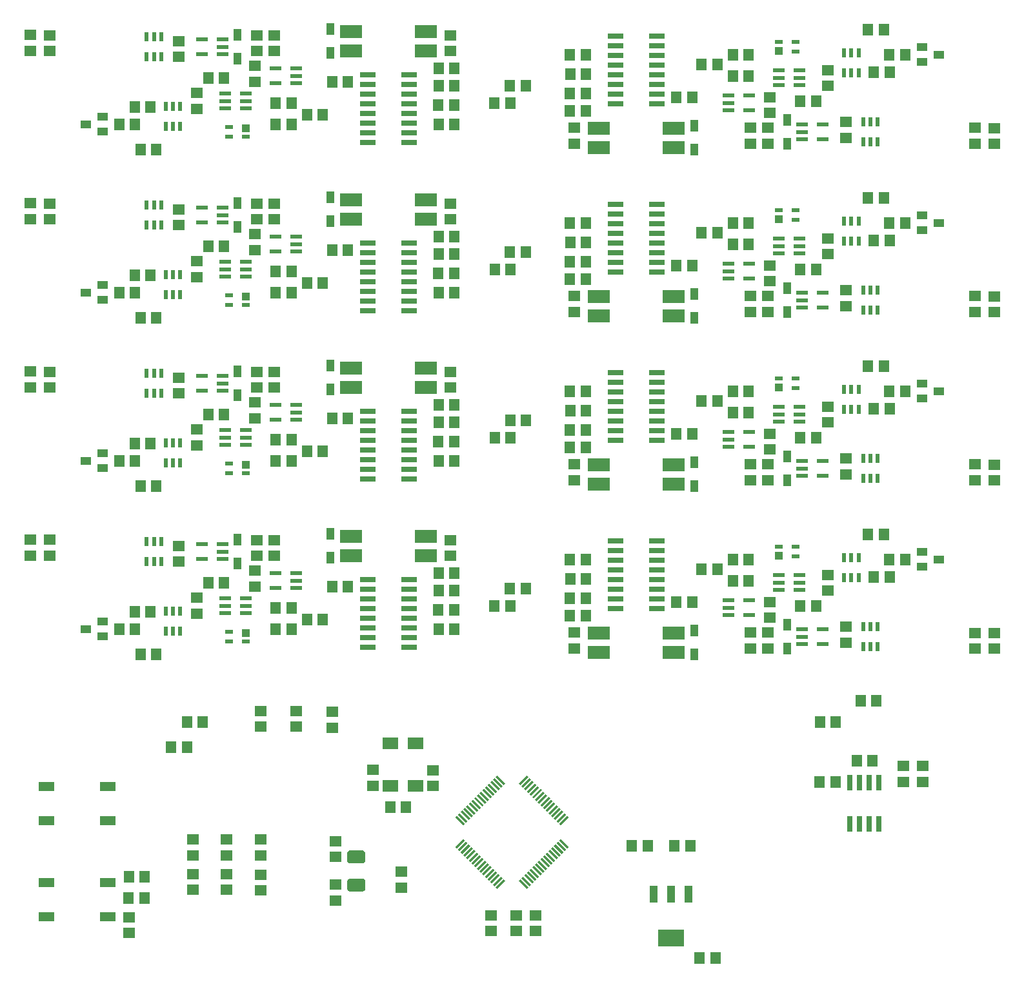
<source format=gtp>
G04 #@! TF.GenerationSoftware,KiCad,Pcbnew,(5.0.2)-1*
G04 #@! TF.CreationDate,2019-01-18T21:24:51-05:00*
G04 #@! TF.ProjectId,Slave,536c6176-652e-46b6-9963-61645f706362,rev?*
G04 #@! TF.SameCoordinates,Original*
G04 #@! TF.FileFunction,Paste,Top*
G04 #@! TF.FilePolarity,Positive*
%FSLAX46Y46*%
G04 Gerber Fmt 4.6, Leading zero omitted, Abs format (unit mm)*
G04 Created by KiCad (PCBNEW (5.0.2)-1) date 1/18/2019 9:24:51 PM*
%MOMM*%
%LPD*%
G01*
G04 APERTURE LIST*
%ADD10R,3.000000X1.700000*%
%ADD11C,0.300000*%
%ADD12C,0.100000*%
%ADD13R,1.400000X1.500000*%
%ADD14R,1.400000X1.000000*%
%ADD15R,0.620000X1.220000*%
%ADD16R,1.500000X1.400000*%
%ADD17R,1.500000X0.550000*%
%ADD18R,1.000000X1.500000*%
%ADD19R,2.000000X0.750000*%
%ADD20R,1.000000X0.600000*%
%ADD21R,1.000000X1.000000*%
%ADD22R,2.000000X1.300000*%
%ADD23R,1.000000X2.250000*%
%ADD24R,3.500000X2.250000*%
%ADD25R,0.750000X2.000000*%
%ADD26R,2.000000X1.600000*%
%ADD27C,1.700000*%
G04 APERTURE END LIST*
D10*
G04 #@! TO.C,U501*
X142060000Y-50546000D03*
X142060000Y-48006000D03*
X132260000Y-48006000D03*
X132260000Y-50546000D03*
G04 #@! TD*
D11*
G04 #@! TO.C,U201*
X146592420Y-154682280D03*
D12*
G36*
X145956024Y-155106544D02*
X147016684Y-154045884D01*
X147228816Y-154258016D01*
X146168156Y-155318676D01*
X145956024Y-155106544D01*
X145956024Y-155106544D01*
G37*
D11*
X146945973Y-155035833D03*
D12*
G36*
X146309577Y-155460097D02*
X147370237Y-154399437D01*
X147582369Y-154611569D01*
X146521709Y-155672229D01*
X146309577Y-155460097D01*
X146309577Y-155460097D01*
G37*
D11*
X147299526Y-155389386D03*
D12*
G36*
X146663130Y-155813650D02*
X147723790Y-154752990D01*
X147935922Y-154965122D01*
X146875262Y-156025782D01*
X146663130Y-155813650D01*
X146663130Y-155813650D01*
G37*
D11*
X147653080Y-155742940D03*
D12*
G36*
X147016684Y-156167204D02*
X148077344Y-155106544D01*
X148289476Y-155318676D01*
X147228816Y-156379336D01*
X147016684Y-156167204D01*
X147016684Y-156167204D01*
G37*
D11*
X148006633Y-156096493D03*
D12*
G36*
X147370237Y-156520757D02*
X148430897Y-155460097D01*
X148643029Y-155672229D01*
X147582369Y-156732889D01*
X147370237Y-156520757D01*
X147370237Y-156520757D01*
G37*
D11*
X148360187Y-156450047D03*
D12*
G36*
X147723791Y-156874311D02*
X148784451Y-155813651D01*
X148996583Y-156025783D01*
X147935923Y-157086443D01*
X147723791Y-156874311D01*
X147723791Y-156874311D01*
G37*
D11*
X148713740Y-156803600D03*
D12*
G36*
X148077344Y-157227864D02*
X149138004Y-156167204D01*
X149350136Y-156379336D01*
X148289476Y-157439996D01*
X148077344Y-157227864D01*
X148077344Y-157227864D01*
G37*
D11*
X149067293Y-157157153D03*
D12*
G36*
X148430897Y-157581417D02*
X149491557Y-156520757D01*
X149703689Y-156732889D01*
X148643029Y-157793549D01*
X148430897Y-157581417D01*
X148430897Y-157581417D01*
G37*
D11*
X149420847Y-157510707D03*
D12*
G36*
X148784451Y-157934971D02*
X149845111Y-156874311D01*
X150057243Y-157086443D01*
X148996583Y-158147103D01*
X148784451Y-157934971D01*
X148784451Y-157934971D01*
G37*
D11*
X149774400Y-157864260D03*
D12*
G36*
X149138004Y-158288524D02*
X150198664Y-157227864D01*
X150410796Y-157439996D01*
X149350136Y-158500656D01*
X149138004Y-158288524D01*
X149138004Y-158288524D01*
G37*
D11*
X150127953Y-158217813D03*
D12*
G36*
X149491557Y-158642077D02*
X150552217Y-157581417D01*
X150764349Y-157793549D01*
X149703689Y-158854209D01*
X149491557Y-158642077D01*
X149491557Y-158642077D01*
G37*
D11*
X150481507Y-158571367D03*
D12*
G36*
X149845111Y-158995631D02*
X150905771Y-157934971D01*
X151117903Y-158147103D01*
X150057243Y-159207763D01*
X149845111Y-158995631D01*
X149845111Y-158995631D01*
G37*
D11*
X150835060Y-158924920D03*
D12*
G36*
X150198664Y-159349184D02*
X151259324Y-158288524D01*
X151471456Y-158500656D01*
X150410796Y-159561316D01*
X150198664Y-159349184D01*
X150198664Y-159349184D01*
G37*
D11*
X151188614Y-159278474D03*
D12*
G36*
X150552218Y-159702738D02*
X151612878Y-158642078D01*
X151825010Y-158854210D01*
X150764350Y-159914870D01*
X150552218Y-159702738D01*
X150552218Y-159702738D01*
G37*
D11*
X151542167Y-159632027D03*
D12*
G36*
X150905771Y-160056291D02*
X151966431Y-158995631D01*
X152178563Y-159207763D01*
X151117903Y-160268423D01*
X150905771Y-160056291D01*
X150905771Y-160056291D01*
G37*
D11*
X151895720Y-159985580D03*
D12*
G36*
X151259324Y-160409844D02*
X152319984Y-159349184D01*
X152532116Y-159561316D01*
X151471456Y-160621976D01*
X151259324Y-160409844D01*
X151259324Y-160409844D01*
G37*
D11*
X159886027Y-151288167D03*
D12*
G36*
X159249631Y-151712431D02*
X160310291Y-150651771D01*
X160522423Y-150863903D01*
X159461763Y-151924563D01*
X159249631Y-151712431D01*
X159249631Y-151712431D01*
G37*
D11*
X159532474Y-150934614D03*
D12*
G36*
X158896078Y-151358878D02*
X159956738Y-150298218D01*
X160168870Y-150510350D01*
X159108210Y-151571010D01*
X158896078Y-151358878D01*
X158896078Y-151358878D01*
G37*
D11*
X159178920Y-150581060D03*
D12*
G36*
X158542524Y-151005324D02*
X159603184Y-149944664D01*
X159815316Y-150156796D01*
X158754656Y-151217456D01*
X158542524Y-151005324D01*
X158542524Y-151005324D01*
G37*
D11*
X158825367Y-150227507D03*
D12*
G36*
X158188971Y-150651771D02*
X159249631Y-149591111D01*
X159461763Y-149803243D01*
X158401103Y-150863903D01*
X158188971Y-150651771D01*
X158188971Y-150651771D01*
G37*
D11*
X158471813Y-149873953D03*
D12*
G36*
X157835417Y-150298217D02*
X158896077Y-149237557D01*
X159108209Y-149449689D01*
X158047549Y-150510349D01*
X157835417Y-150298217D01*
X157835417Y-150298217D01*
G37*
D11*
X158118260Y-149520400D03*
D12*
G36*
X157481864Y-149944664D02*
X158542524Y-148884004D01*
X158754656Y-149096136D01*
X157693996Y-150156796D01*
X157481864Y-149944664D01*
X157481864Y-149944664D01*
G37*
D11*
X157764707Y-149166847D03*
D12*
G36*
X157128311Y-149591111D02*
X158188971Y-148530451D01*
X158401103Y-148742583D01*
X157340443Y-149803243D01*
X157128311Y-149591111D01*
X157128311Y-149591111D01*
G37*
D11*
X157411153Y-148813293D03*
D12*
G36*
X156774757Y-149237557D02*
X157835417Y-148176897D01*
X158047549Y-148389029D01*
X156986889Y-149449689D01*
X156774757Y-149237557D01*
X156774757Y-149237557D01*
G37*
D11*
X157057600Y-148459740D03*
D12*
G36*
X156421204Y-148884004D02*
X157481864Y-147823344D01*
X157693996Y-148035476D01*
X156633336Y-149096136D01*
X156421204Y-148884004D01*
X156421204Y-148884004D01*
G37*
D11*
X156704047Y-148106187D03*
D12*
G36*
X156067651Y-148530451D02*
X157128311Y-147469791D01*
X157340443Y-147681923D01*
X156279783Y-148742583D01*
X156067651Y-148530451D01*
X156067651Y-148530451D01*
G37*
D11*
X156350493Y-147752633D03*
D12*
G36*
X155714097Y-148176897D02*
X156774757Y-147116237D01*
X156986889Y-147328369D01*
X155926229Y-148389029D01*
X155714097Y-148176897D01*
X155714097Y-148176897D01*
G37*
D11*
X155996940Y-147399080D03*
D12*
G36*
X155360544Y-147823344D02*
X156421204Y-146762684D01*
X156633336Y-146974816D01*
X155572676Y-148035476D01*
X155360544Y-147823344D01*
X155360544Y-147823344D01*
G37*
D11*
X155643386Y-147045526D03*
D12*
G36*
X155006990Y-147469790D02*
X156067650Y-146409130D01*
X156279782Y-146621262D01*
X155219122Y-147681922D01*
X155006990Y-147469790D01*
X155006990Y-147469790D01*
G37*
D11*
X155289833Y-146691973D03*
D12*
G36*
X154653437Y-147116237D02*
X155714097Y-146055577D01*
X155926229Y-146267709D01*
X154865569Y-147328369D01*
X154653437Y-147116237D01*
X154653437Y-147116237D01*
G37*
D11*
X154936280Y-146338420D03*
D12*
G36*
X154299884Y-146762684D02*
X155360544Y-145702024D01*
X155572676Y-145914156D01*
X154512016Y-146974816D01*
X154299884Y-146762684D01*
X154299884Y-146762684D01*
G37*
D11*
X160239580Y-151641720D03*
D12*
G36*
X159603184Y-152065984D02*
X160663844Y-151005324D01*
X160875976Y-151217456D01*
X159815316Y-152278116D01*
X159603184Y-152065984D01*
X159603184Y-152065984D01*
G37*
D11*
X154936280Y-159985580D03*
D12*
G36*
X154299884Y-159561316D02*
X154512016Y-159349184D01*
X155572676Y-160409844D01*
X155360544Y-160621976D01*
X154299884Y-159561316D01*
X154299884Y-159561316D01*
G37*
D11*
X155289833Y-159632027D03*
D12*
G36*
X154653437Y-159207763D02*
X154865569Y-158995631D01*
X155926229Y-160056291D01*
X155714097Y-160268423D01*
X154653437Y-159207763D01*
X154653437Y-159207763D01*
G37*
D11*
X155643386Y-159278474D03*
D12*
G36*
X155006990Y-158854210D02*
X155219122Y-158642078D01*
X156279782Y-159702738D01*
X156067650Y-159914870D01*
X155006990Y-158854210D01*
X155006990Y-158854210D01*
G37*
D11*
X155996940Y-158924920D03*
D12*
G36*
X155360544Y-158500656D02*
X155572676Y-158288524D01*
X156633336Y-159349184D01*
X156421204Y-159561316D01*
X155360544Y-158500656D01*
X155360544Y-158500656D01*
G37*
D11*
X156350493Y-158571367D03*
D12*
G36*
X155714097Y-158147103D02*
X155926229Y-157934971D01*
X156986889Y-158995631D01*
X156774757Y-159207763D01*
X155714097Y-158147103D01*
X155714097Y-158147103D01*
G37*
D11*
X156704047Y-158217813D03*
D12*
G36*
X156067651Y-157793549D02*
X156279783Y-157581417D01*
X157340443Y-158642077D01*
X157128311Y-158854209D01*
X156067651Y-157793549D01*
X156067651Y-157793549D01*
G37*
D11*
X157057600Y-157864260D03*
D12*
G36*
X156421204Y-157439996D02*
X156633336Y-157227864D01*
X157693996Y-158288524D01*
X157481864Y-158500656D01*
X156421204Y-157439996D01*
X156421204Y-157439996D01*
G37*
D11*
X157411153Y-157510707D03*
D12*
G36*
X156774757Y-157086443D02*
X156986889Y-156874311D01*
X158047549Y-157934971D01*
X157835417Y-158147103D01*
X156774757Y-157086443D01*
X156774757Y-157086443D01*
G37*
D11*
X157764707Y-157157153D03*
D12*
G36*
X157128311Y-156732889D02*
X157340443Y-156520757D01*
X158401103Y-157581417D01*
X158188971Y-157793549D01*
X157128311Y-156732889D01*
X157128311Y-156732889D01*
G37*
D11*
X158118260Y-156803600D03*
D12*
G36*
X157481864Y-156379336D02*
X157693996Y-156167204D01*
X158754656Y-157227864D01*
X158542524Y-157439996D01*
X157481864Y-156379336D01*
X157481864Y-156379336D01*
G37*
D11*
X158471813Y-156450047D03*
D12*
G36*
X157835417Y-156025783D02*
X158047549Y-155813651D01*
X159108209Y-156874311D01*
X158896077Y-157086443D01*
X157835417Y-156025783D01*
X157835417Y-156025783D01*
G37*
D11*
X158825367Y-156096493D03*
D12*
G36*
X158188971Y-155672229D02*
X158401103Y-155460097D01*
X159461763Y-156520757D01*
X159249631Y-156732889D01*
X158188971Y-155672229D01*
X158188971Y-155672229D01*
G37*
D11*
X159178920Y-155742940D03*
D12*
G36*
X158542524Y-155318676D02*
X158754656Y-155106544D01*
X159815316Y-156167204D01*
X159603184Y-156379336D01*
X158542524Y-155318676D01*
X158542524Y-155318676D01*
G37*
D11*
X159532474Y-155389386D03*
D12*
G36*
X158896078Y-154965122D02*
X159108210Y-154752990D01*
X160168870Y-155813650D01*
X159956738Y-156025782D01*
X158896078Y-154965122D01*
X158896078Y-154965122D01*
G37*
D11*
X159886027Y-155035833D03*
D12*
G36*
X159249631Y-154611569D02*
X159461763Y-154399437D01*
X160522423Y-155460097D01*
X160310291Y-155672229D01*
X159249631Y-154611569D01*
X159249631Y-154611569D01*
G37*
D11*
X160239580Y-154682280D03*
D12*
G36*
X159603184Y-154258016D02*
X159815316Y-154045884D01*
X160875976Y-155106544D01*
X160663844Y-155318676D01*
X159603184Y-154258016D01*
X159603184Y-154258016D01*
G37*
D11*
X151895720Y-146338420D03*
D12*
G36*
X151259324Y-145914156D02*
X151471456Y-145702024D01*
X152532116Y-146762684D01*
X152319984Y-146974816D01*
X151259324Y-145914156D01*
X151259324Y-145914156D01*
G37*
D11*
X151542167Y-146691973D03*
D12*
G36*
X150905771Y-146267709D02*
X151117903Y-146055577D01*
X152178563Y-147116237D01*
X151966431Y-147328369D01*
X150905771Y-146267709D01*
X150905771Y-146267709D01*
G37*
D11*
X151188614Y-147045526D03*
D12*
G36*
X150552218Y-146621262D02*
X150764350Y-146409130D01*
X151825010Y-147469790D01*
X151612878Y-147681922D01*
X150552218Y-146621262D01*
X150552218Y-146621262D01*
G37*
D11*
X150835060Y-147399080D03*
D12*
G36*
X150198664Y-146974816D02*
X150410796Y-146762684D01*
X151471456Y-147823344D01*
X151259324Y-148035476D01*
X150198664Y-146974816D01*
X150198664Y-146974816D01*
G37*
D11*
X150481507Y-147752633D03*
D12*
G36*
X149845111Y-147328369D02*
X150057243Y-147116237D01*
X151117903Y-148176897D01*
X150905771Y-148389029D01*
X149845111Y-147328369D01*
X149845111Y-147328369D01*
G37*
D11*
X150127953Y-148106187D03*
D12*
G36*
X149491557Y-147681923D02*
X149703689Y-147469791D01*
X150764349Y-148530451D01*
X150552217Y-148742583D01*
X149491557Y-147681923D01*
X149491557Y-147681923D01*
G37*
D11*
X149774400Y-148459740D03*
D12*
G36*
X149138004Y-148035476D02*
X149350136Y-147823344D01*
X150410796Y-148884004D01*
X150198664Y-149096136D01*
X149138004Y-148035476D01*
X149138004Y-148035476D01*
G37*
D11*
X149420847Y-148813293D03*
D12*
G36*
X148784451Y-148389029D02*
X148996583Y-148176897D01*
X150057243Y-149237557D01*
X149845111Y-149449689D01*
X148784451Y-148389029D01*
X148784451Y-148389029D01*
G37*
D11*
X149067293Y-149166847D03*
D12*
G36*
X148430897Y-148742583D02*
X148643029Y-148530451D01*
X149703689Y-149591111D01*
X149491557Y-149803243D01*
X148430897Y-148742583D01*
X148430897Y-148742583D01*
G37*
D11*
X148713740Y-149520400D03*
D12*
G36*
X148077344Y-149096136D02*
X148289476Y-148884004D01*
X149350136Y-149944664D01*
X149138004Y-150156796D01*
X148077344Y-149096136D01*
X148077344Y-149096136D01*
G37*
D11*
X148360187Y-149873953D03*
D12*
G36*
X147723791Y-149449689D02*
X147935923Y-149237557D01*
X148996583Y-150298217D01*
X148784451Y-150510349D01*
X147723791Y-149449689D01*
X147723791Y-149449689D01*
G37*
D11*
X148006633Y-150227507D03*
D12*
G36*
X147370237Y-149803243D02*
X147582369Y-149591111D01*
X148643029Y-150651771D01*
X148430897Y-150863903D01*
X147370237Y-149803243D01*
X147370237Y-149803243D01*
G37*
D11*
X147653080Y-150581060D03*
D12*
G36*
X147016684Y-150156796D02*
X147228816Y-149944664D01*
X148289476Y-151005324D01*
X148077344Y-151217456D01*
X147016684Y-150156796D01*
X147016684Y-150156796D01*
G37*
D11*
X147299526Y-150934614D03*
D12*
G36*
X146663130Y-150510350D02*
X146875262Y-150298218D01*
X147935922Y-151358878D01*
X147723790Y-151571010D01*
X146663130Y-150510350D01*
X146663130Y-150510350D01*
G37*
D11*
X146945973Y-151288167D03*
D12*
G36*
X146309577Y-150863903D02*
X146521709Y-150651771D01*
X147582369Y-151712431D01*
X147370237Y-151924563D01*
X146309577Y-150863903D01*
X146309577Y-150863903D01*
G37*
D11*
X146592420Y-151641720D03*
D12*
G36*
X145956024Y-151217456D02*
X146168156Y-151005324D01*
X147228816Y-152065984D01*
X147016684Y-152278116D01*
X145956024Y-151217456D01*
X145956024Y-151217456D01*
G37*
G04 #@! TD*
D13*
G04 #@! TO.C,R3310*
X155194000Y-55118000D03*
X153144000Y-55118000D03*
G04 #@! TD*
G04 #@! TO.C,R3304*
X163068000Y-51054000D03*
X161018000Y-51054000D03*
G04 #@! TD*
G04 #@! TO.C,R3308*
X163086000Y-53594000D03*
X161036000Y-53594000D03*
G04 #@! TD*
G04 #@! TO.C,R3314*
X161018000Y-58420000D03*
X163068000Y-58420000D03*
G04 #@! TD*
G04 #@! TO.C,R3311*
X163068000Y-56134000D03*
X161018000Y-56134000D03*
G04 #@! TD*
G04 #@! TO.C,R2910*
X155194000Y-76962000D03*
X153144000Y-76962000D03*
G04 #@! TD*
G04 #@! TO.C,R2904*
X163068000Y-73152000D03*
X161018000Y-73152000D03*
G04 #@! TD*
G04 #@! TO.C,R2911*
X163068000Y-78232000D03*
X161018000Y-78232000D03*
G04 #@! TD*
G04 #@! TO.C,R2914*
X161018000Y-80518000D03*
X163068000Y-80518000D03*
G04 #@! TD*
G04 #@! TO.C,R2908*
X163086000Y-75692000D03*
X161036000Y-75692000D03*
G04 #@! TD*
G04 #@! TO.C,R2510*
X155212000Y-99060000D03*
X153162000Y-99060000D03*
G04 #@! TD*
G04 #@! TO.C,R2504*
X163068000Y-95250000D03*
X161018000Y-95250000D03*
G04 #@! TD*
G04 #@! TO.C,R2514*
X161018000Y-102616000D03*
X163068000Y-102616000D03*
G04 #@! TD*
G04 #@! TO.C,R2508*
X163086000Y-97790000D03*
X161036000Y-97790000D03*
G04 #@! TD*
G04 #@! TO.C,R2511*
X163068000Y-100330000D03*
X161018000Y-100330000D03*
G04 #@! TD*
G04 #@! TO.C,R2110*
X155194000Y-121158000D03*
X153144000Y-121158000D03*
G04 #@! TD*
G04 #@! TO.C,R2104*
X163068000Y-117348000D03*
X161018000Y-117348000D03*
G04 #@! TD*
G04 #@! TO.C,R2111*
X163068000Y-122428000D03*
X161018000Y-122428000D03*
G04 #@! TD*
G04 #@! TO.C,R2108*
X163086000Y-119888000D03*
X161036000Y-119888000D03*
G04 #@! TD*
G04 #@! TO.C,R2114*
X161018000Y-124714000D03*
X163068000Y-124714000D03*
G04 #@! TD*
G04 #@! TO.C,R1710*
X151112000Y-123444000D03*
X153162000Y-123444000D03*
G04 #@! TD*
G04 #@! TO.C,R1704*
X143764000Y-126492000D03*
X145814000Y-126492000D03*
G04 #@! TD*
G04 #@! TO.C,R1711*
X143764000Y-121412000D03*
X145814000Y-121412000D03*
G04 #@! TD*
G04 #@! TO.C,R1714*
X145814000Y-119126000D03*
X143764000Y-119126000D03*
G04 #@! TD*
G04 #@! TO.C,R1708*
X143746000Y-123952000D03*
X145796000Y-123952000D03*
G04 #@! TD*
G04 #@! TO.C,R1310*
X151130000Y-101346000D03*
X153180000Y-101346000D03*
G04 #@! TD*
G04 #@! TO.C,R1314*
X145814000Y-97028000D03*
X143764000Y-97028000D03*
G04 #@! TD*
G04 #@! TO.C,R1304*
X143764000Y-104394000D03*
X145814000Y-104394000D03*
G04 #@! TD*
G04 #@! TO.C,R1311*
X143764000Y-99314000D03*
X145814000Y-99314000D03*
G04 #@! TD*
G04 #@! TO.C,R1308*
X143746000Y-101854000D03*
X145796000Y-101854000D03*
G04 #@! TD*
G04 #@! TO.C,R910*
X151130000Y-79248000D03*
X153180000Y-79248000D03*
G04 #@! TD*
G04 #@! TO.C,R904*
X143764000Y-82296000D03*
X145814000Y-82296000D03*
G04 #@! TD*
G04 #@! TO.C,R914*
X145814000Y-74930000D03*
X143764000Y-74930000D03*
G04 #@! TD*
G04 #@! TO.C,R911*
X143764000Y-77216000D03*
X145814000Y-77216000D03*
G04 #@! TD*
G04 #@! TO.C,R908*
X143746000Y-79756000D03*
X145796000Y-79756000D03*
G04 #@! TD*
D14*
G04 #@! TO.C,D3602*
X209380000Y-51054000D03*
X207180000Y-52004000D03*
X207180000Y-50104000D03*
G04 #@! TD*
D15*
G04 #@! TO.C,Q3601*
X196982000Y-53420000D03*
X197932000Y-53420000D03*
X198882000Y-53420000D03*
X198882000Y-50800000D03*
X196982000Y-50800000D03*
X197932000Y-50800000D03*
G04 #@! TD*
D13*
G04 #@! TO.C,R3602*
X200896000Y-53340000D03*
X202946000Y-53340000D03*
G04 #@! TD*
D16*
G04 #@! TO.C,R3501*
X194818000Y-55136000D03*
X194818000Y-53086000D03*
G04 #@! TD*
D13*
G04 #@! TO.C,D3601*
X204978000Y-51054000D03*
X202928000Y-51054000D03*
G04 #@! TD*
G04 #@! TO.C,R3606*
X200134000Y-47752000D03*
X202184000Y-47752000D03*
G04 #@! TD*
D15*
G04 #@! TO.C,Q3301*
X199462641Y-62531987D03*
X200412641Y-62531987D03*
X201362641Y-62531987D03*
X201362641Y-59911987D03*
X199462641Y-59911987D03*
X200412641Y-59911987D03*
G04 #@! TD*
D16*
G04 #@! TO.C,R3302*
X197176641Y-59911987D03*
X197176641Y-61961987D03*
G04 #@! TD*
G04 #@! TO.C,R3301*
X214122000Y-62738000D03*
X214122000Y-60688000D03*
G04 #@! TD*
G04 #@! TO.C,D3301*
X216662000Y-62756000D03*
X216662000Y-60706000D03*
G04 #@! TD*
G04 #@! TO.C,C3403*
X184658000Y-60688000D03*
X184658000Y-62738000D03*
G04 #@! TD*
D17*
G04 #@! TO.C,U3401*
X194136000Y-62164000D03*
X194136000Y-60264000D03*
X191436000Y-60264000D03*
X191436000Y-62164000D03*
X191436000Y-61214000D03*
G04 #@! TD*
D18*
G04 #@! TO.C,D3401*
X189484000Y-62764000D03*
X189484000Y-59664000D03*
G04 #@! TD*
D16*
G04 #@! TO.C,C3402*
X186944000Y-60688000D03*
X186944000Y-62738000D03*
G04 #@! TD*
D18*
G04 #@! TO.C,D3302*
X177292000Y-60426000D03*
X177292000Y-63526000D03*
G04 #@! TD*
D13*
G04 #@! TO.C,R3309*
X180340000Y-52324000D03*
X178290000Y-52324000D03*
G04 #@! TD*
D19*
G04 #@! TO.C,U3302*
X172372000Y-48641000D03*
X172372000Y-49911000D03*
X172372000Y-51181000D03*
X172372000Y-52451000D03*
X172372000Y-53721000D03*
X172372000Y-54991000D03*
X172372000Y-56261000D03*
X172372000Y-57531000D03*
X166972000Y-53721000D03*
X166972000Y-54991000D03*
X166972000Y-56261000D03*
X166972000Y-57531000D03*
X166972000Y-52451000D03*
X166972000Y-51181000D03*
X166972000Y-49911000D03*
X166972000Y-48641000D03*
G04 #@! TD*
D10*
G04 #@! TO.C,U3301*
X164772000Y-60706000D03*
X164772000Y-63246000D03*
X174572000Y-63246000D03*
X174572000Y-60706000D03*
G04 #@! TD*
D13*
G04 #@! TO.C,R3313*
X174988000Y-56642000D03*
X177038000Y-56642000D03*
G04 #@! TD*
D16*
G04 #@! TO.C,R3303*
X161544000Y-60688000D03*
X161544000Y-62738000D03*
G04 #@! TD*
G04 #@! TO.C,C3404*
X187198000Y-58692000D03*
X187198000Y-56642000D03*
G04 #@! TD*
D20*
G04 #@! TO.C,U3601*
X190584000Y-50688000D03*
X190584000Y-49388000D03*
D21*
X188384000Y-50538000D03*
D20*
X188384000Y-49388000D03*
G04 #@! TD*
D13*
G04 #@! TO.C,C3502*
X191244000Y-57150000D03*
X193294000Y-57150000D03*
G04 #@! TD*
D17*
G04 #@! TO.C,U3402*
X184484000Y-58354000D03*
X184484000Y-56454000D03*
X181784000Y-56454000D03*
X181784000Y-58354000D03*
X181784000Y-57404000D03*
G04 #@! TD*
D13*
G04 #@! TO.C,R3305*
X184422000Y-53848000D03*
X182372000Y-53848000D03*
G04 #@! TD*
G04 #@! TO.C,R3307*
X184422000Y-51054000D03*
X182372000Y-51054000D03*
G04 #@! TD*
D17*
G04 #@! TO.C,U3501*
X188388000Y-53152000D03*
X188388000Y-54102000D03*
X188388000Y-55052000D03*
X191088000Y-55052000D03*
X191088000Y-53152000D03*
X191088000Y-54102000D03*
G04 #@! TD*
D13*
G04 #@! TO.C,D3201*
X204978000Y-73152000D03*
X202928000Y-73152000D03*
G04 #@! TD*
G04 #@! TO.C,R3202*
X200896000Y-75438000D03*
X202946000Y-75438000D03*
G04 #@! TD*
D15*
G04 #@! TO.C,Q3201*
X196982000Y-75518000D03*
X197932000Y-75518000D03*
X198882000Y-75518000D03*
X198882000Y-72898000D03*
X196982000Y-72898000D03*
X197932000Y-72898000D03*
G04 #@! TD*
G04 #@! TO.C,Q2901*
X199462641Y-84629987D03*
X200412641Y-84629987D03*
X201362641Y-84629987D03*
X201362641Y-82009987D03*
X199462641Y-82009987D03*
X200412641Y-82009987D03*
G04 #@! TD*
D16*
G04 #@! TO.C,R2902*
X197176641Y-82009987D03*
X197176641Y-84059987D03*
G04 #@! TD*
D13*
G04 #@! TO.C,R2907*
X184422000Y-73152000D03*
X182372000Y-73152000D03*
G04 #@! TD*
G04 #@! TO.C,R2905*
X184422000Y-75946000D03*
X182372000Y-75946000D03*
G04 #@! TD*
D17*
G04 #@! TO.C,U3002*
X184484000Y-80452000D03*
X184484000Y-78552000D03*
X181784000Y-78552000D03*
X181784000Y-80452000D03*
X181784000Y-79502000D03*
G04 #@! TD*
G04 #@! TO.C,U3101*
X188388000Y-75250000D03*
X188388000Y-76200000D03*
X188388000Y-77150000D03*
X191088000Y-77150000D03*
X191088000Y-75250000D03*
X191088000Y-76200000D03*
G04 #@! TD*
D16*
G04 #@! TO.C,R3101*
X194818000Y-77234000D03*
X194818000Y-75184000D03*
G04 #@! TD*
D13*
G04 #@! TO.C,C3102*
X191244000Y-79248000D03*
X193294000Y-79248000D03*
G04 #@! TD*
D20*
G04 #@! TO.C,U3201*
X190584000Y-72786000D03*
X190584000Y-71486000D03*
D21*
X188384000Y-72636000D03*
D20*
X188384000Y-71486000D03*
G04 #@! TD*
D16*
G04 #@! TO.C,C3004*
X187198000Y-80790000D03*
X187198000Y-78740000D03*
G04 #@! TD*
G04 #@! TO.C,C3002*
X186944000Y-82786000D03*
X186944000Y-84836000D03*
G04 #@! TD*
D17*
G04 #@! TO.C,U3001*
X194136000Y-84262000D03*
X194136000Y-82362000D03*
X191436000Y-82362000D03*
X191436000Y-84262000D03*
X191436000Y-83312000D03*
G04 #@! TD*
D16*
G04 #@! TO.C,C3003*
X184658000Y-82786000D03*
X184658000Y-84836000D03*
G04 #@! TD*
D18*
G04 #@! TO.C,D3001*
X189484000Y-84862000D03*
X189484000Y-81762000D03*
G04 #@! TD*
D13*
G04 #@! TO.C,R2913*
X174988000Y-78740000D03*
X177038000Y-78740000D03*
G04 #@! TD*
D10*
G04 #@! TO.C,U2901*
X164772000Y-82804000D03*
X164772000Y-85344000D03*
X174572000Y-85344000D03*
X174572000Y-82804000D03*
G04 #@! TD*
D19*
G04 #@! TO.C,U2902*
X172372000Y-70739000D03*
X172372000Y-72009000D03*
X172372000Y-73279000D03*
X172372000Y-74549000D03*
X172372000Y-75819000D03*
X172372000Y-77089000D03*
X172372000Y-78359000D03*
X172372000Y-79629000D03*
X166972000Y-75819000D03*
X166972000Y-77089000D03*
X166972000Y-78359000D03*
X166972000Y-79629000D03*
X166972000Y-74549000D03*
X166972000Y-73279000D03*
X166972000Y-72009000D03*
X166972000Y-70739000D03*
G04 #@! TD*
D13*
G04 #@! TO.C,R2909*
X180340000Y-74422000D03*
X178290000Y-74422000D03*
G04 #@! TD*
D16*
G04 #@! TO.C,R2903*
X161544000Y-82786000D03*
X161544000Y-84836000D03*
G04 #@! TD*
D18*
G04 #@! TO.C,D2902*
X177292000Y-82524000D03*
X177292000Y-85624000D03*
G04 #@! TD*
D13*
G04 #@! TO.C,R3206*
X200134000Y-69850000D03*
X202184000Y-69850000D03*
G04 #@! TD*
D14*
G04 #@! TO.C,D3202*
X209380000Y-73152000D03*
X207180000Y-74102000D03*
X207180000Y-72202000D03*
G04 #@! TD*
D16*
G04 #@! TO.C,D2901*
X216662000Y-84854000D03*
X216662000Y-82804000D03*
G04 #@! TD*
G04 #@! TO.C,R2901*
X214122000Y-84836000D03*
X214122000Y-82786000D03*
G04 #@! TD*
G04 #@! TO.C,R2502*
X197176641Y-104107987D03*
X197176641Y-106157987D03*
G04 #@! TD*
D15*
G04 #@! TO.C,Q2501*
X199462641Y-106727987D03*
X200412641Y-106727987D03*
X201362641Y-106727987D03*
X201362641Y-104107987D03*
X199462641Y-104107987D03*
X200412641Y-104107987D03*
G04 #@! TD*
D16*
G04 #@! TO.C,R2501*
X214122000Y-106934000D03*
X214122000Y-104884000D03*
G04 #@! TD*
G04 #@! TO.C,D2501*
X216662000Y-106952000D03*
X216662000Y-104902000D03*
G04 #@! TD*
D14*
G04 #@! TO.C,D2802*
X209380000Y-95250000D03*
X207180000Y-96200000D03*
X207180000Y-94300000D03*
G04 #@! TD*
D17*
G04 #@! TO.C,U2601*
X194136000Y-106360000D03*
X194136000Y-104460000D03*
X191436000Y-104460000D03*
X191436000Y-106360000D03*
X191436000Y-105410000D03*
G04 #@! TD*
D16*
G04 #@! TO.C,C2602*
X186944000Y-104884000D03*
X186944000Y-106934000D03*
G04 #@! TD*
G04 #@! TO.C,C2603*
X184658000Y-104884000D03*
X184658000Y-106934000D03*
G04 #@! TD*
D18*
G04 #@! TO.C,D2601*
X189484000Y-106960000D03*
X189484000Y-103860000D03*
G04 #@! TD*
D13*
G04 #@! TO.C,C2702*
X191244000Y-101346000D03*
X193294000Y-101346000D03*
G04 #@! TD*
D16*
G04 #@! TO.C,R2701*
X194818000Y-99332000D03*
X194818000Y-97282000D03*
G04 #@! TD*
D20*
G04 #@! TO.C,U2801*
X190584000Y-94884000D03*
X190584000Y-93584000D03*
D21*
X188384000Y-94734000D03*
D20*
X188384000Y-93584000D03*
G04 #@! TD*
D17*
G04 #@! TO.C,U2701*
X188388000Y-97348000D03*
X188388000Y-98298000D03*
X188388000Y-99248000D03*
X191088000Y-99248000D03*
X191088000Y-97348000D03*
X191088000Y-98298000D03*
G04 #@! TD*
D16*
G04 #@! TO.C,C2604*
X187198000Y-102888000D03*
X187198000Y-100838000D03*
G04 #@! TD*
D18*
G04 #@! TO.C,D2502*
X177292000Y-104622000D03*
X177292000Y-107722000D03*
G04 #@! TD*
D16*
G04 #@! TO.C,R2503*
X161544000Y-104884000D03*
X161544000Y-106934000D03*
G04 #@! TD*
D10*
G04 #@! TO.C,U2501*
X164772000Y-104902000D03*
X164772000Y-107442000D03*
X174572000Y-107442000D03*
X174572000Y-104902000D03*
G04 #@! TD*
D13*
G04 #@! TO.C,R2505*
X184422000Y-98044000D03*
X182372000Y-98044000D03*
G04 #@! TD*
D17*
G04 #@! TO.C,U2602*
X184484000Y-102550000D03*
X184484000Y-100650000D03*
X181784000Y-100650000D03*
X181784000Y-102550000D03*
X181784000Y-101600000D03*
G04 #@! TD*
D13*
G04 #@! TO.C,R2509*
X180340000Y-96520000D03*
X178290000Y-96520000D03*
G04 #@! TD*
D19*
G04 #@! TO.C,U2502*
X172372000Y-92837000D03*
X172372000Y-94107000D03*
X172372000Y-95377000D03*
X172372000Y-96647000D03*
X172372000Y-97917000D03*
X172372000Y-99187000D03*
X172372000Y-100457000D03*
X172372000Y-101727000D03*
X166972000Y-97917000D03*
X166972000Y-99187000D03*
X166972000Y-100457000D03*
X166972000Y-101727000D03*
X166972000Y-96647000D03*
X166972000Y-95377000D03*
X166972000Y-94107000D03*
X166972000Y-92837000D03*
G04 #@! TD*
D13*
G04 #@! TO.C,R2513*
X174988000Y-100838000D03*
X177038000Y-100838000D03*
G04 #@! TD*
G04 #@! TO.C,R2507*
X184422000Y-95250000D03*
X182372000Y-95250000D03*
G04 #@! TD*
G04 #@! TO.C,D2801*
X204978000Y-95250000D03*
X202928000Y-95250000D03*
G04 #@! TD*
D15*
G04 #@! TO.C,Q2801*
X196982000Y-97616000D03*
X197932000Y-97616000D03*
X198882000Y-97616000D03*
X198882000Y-94996000D03*
X196982000Y-94996000D03*
X197932000Y-94996000D03*
G04 #@! TD*
D13*
G04 #@! TO.C,R2802*
X200896000Y-97536000D03*
X202946000Y-97536000D03*
G04 #@! TD*
G04 #@! TO.C,R2806*
X200134000Y-91948000D03*
X202184000Y-91948000D03*
G04 #@! TD*
G04 #@! TO.C,C2302*
X191244000Y-123444000D03*
X193294000Y-123444000D03*
G04 #@! TD*
D17*
G04 #@! TO.C,U2201*
X194136000Y-128458000D03*
X194136000Y-126558000D03*
X191436000Y-126558000D03*
X191436000Y-128458000D03*
X191436000Y-127508000D03*
G04 #@! TD*
D18*
G04 #@! TO.C,D2201*
X189484000Y-129058000D03*
X189484000Y-125958000D03*
G04 #@! TD*
D16*
G04 #@! TO.C,R2301*
X194818000Y-121430000D03*
X194818000Y-119380000D03*
G04 #@! TD*
D20*
G04 #@! TO.C,U2401*
X190584000Y-116982000D03*
X190584000Y-115682000D03*
D21*
X188384000Y-116832000D03*
D20*
X188384000Y-115682000D03*
G04 #@! TD*
D16*
G04 #@! TO.C,R2102*
X197176641Y-126205987D03*
X197176641Y-128255987D03*
G04 #@! TD*
D15*
G04 #@! TO.C,Q2101*
X199462641Y-128825987D03*
X200412641Y-128825987D03*
X201362641Y-128825987D03*
X201362641Y-126205987D03*
X199462641Y-126205987D03*
X200412641Y-126205987D03*
G04 #@! TD*
D16*
G04 #@! TO.C,D2101*
X216662000Y-129050000D03*
X216662000Y-127000000D03*
G04 #@! TD*
G04 #@! TO.C,R2101*
X214122000Y-129050000D03*
X214122000Y-127000000D03*
G04 #@! TD*
D15*
G04 #@! TO.C,Q2401*
X196982000Y-119714000D03*
X197932000Y-119714000D03*
X198882000Y-119714000D03*
X198882000Y-117094000D03*
X196982000Y-117094000D03*
X197932000Y-117094000D03*
G04 #@! TD*
D13*
G04 #@! TO.C,D2401*
X204978000Y-117348000D03*
X202928000Y-117348000D03*
G04 #@! TD*
G04 #@! TO.C,R2402*
X200896000Y-119634000D03*
X202946000Y-119634000D03*
G04 #@! TD*
G04 #@! TO.C,R2406*
X200134000Y-114046000D03*
X202184000Y-114046000D03*
G04 #@! TD*
D14*
G04 #@! TO.C,D2402*
X209380000Y-117348000D03*
X207180000Y-118298000D03*
X207180000Y-116398000D03*
G04 #@! TD*
D17*
G04 #@! TO.C,U2301*
X188388000Y-119446000D03*
X188388000Y-120396000D03*
X188388000Y-121346000D03*
X191088000Y-121346000D03*
X191088000Y-119446000D03*
X191088000Y-120396000D03*
G04 #@! TD*
D16*
G04 #@! TO.C,C2204*
X187198000Y-124986000D03*
X187198000Y-122936000D03*
G04 #@! TD*
G04 #@! TO.C,C2202*
X186944000Y-126982000D03*
X186944000Y-129032000D03*
G04 #@! TD*
D13*
G04 #@! TO.C,R2105*
X184422000Y-120142000D03*
X182372000Y-120142000D03*
G04 #@! TD*
D16*
G04 #@! TO.C,C2203*
X184658000Y-126982000D03*
X184658000Y-129032000D03*
G04 #@! TD*
D18*
G04 #@! TO.C,D2102*
X177292000Y-126720000D03*
X177292000Y-129820000D03*
G04 #@! TD*
D10*
G04 #@! TO.C,U2101*
X164772000Y-127000000D03*
X164772000Y-129540000D03*
X174572000Y-129540000D03*
X174572000Y-127000000D03*
G04 #@! TD*
D16*
G04 #@! TO.C,R2103*
X161544000Y-126982000D03*
X161544000Y-129032000D03*
G04 #@! TD*
D13*
G04 #@! TO.C,R2113*
X174988000Y-122936000D03*
X177038000Y-122936000D03*
G04 #@! TD*
G04 #@! TO.C,R2107*
X184422000Y-117348000D03*
X182372000Y-117348000D03*
G04 #@! TD*
D19*
G04 #@! TO.C,U2102*
X172372000Y-114935000D03*
X172372000Y-116205000D03*
X172372000Y-117475000D03*
X172372000Y-118745000D03*
X172372000Y-120015000D03*
X172372000Y-121285000D03*
X172372000Y-122555000D03*
X172372000Y-123825000D03*
X166972000Y-120015000D03*
X166972000Y-121285000D03*
X166972000Y-122555000D03*
X166972000Y-123825000D03*
X166972000Y-118745000D03*
X166972000Y-117475000D03*
X166972000Y-116205000D03*
X166972000Y-114935000D03*
G04 #@! TD*
D13*
G04 #@! TO.C,R2109*
X180340000Y-118618000D03*
X178290000Y-118618000D03*
G04 #@! TD*
D17*
G04 #@! TO.C,U2202*
X184484000Y-124648000D03*
X184484000Y-122748000D03*
X181784000Y-122748000D03*
X181784000Y-124648000D03*
X181784000Y-123698000D03*
G04 #@! TD*
D16*
G04 #@! TO.C,R1701*
X92710000Y-114790000D03*
X92710000Y-116840000D03*
G04 #@! TD*
G04 #@! TO.C,D1701*
X90170000Y-114790000D03*
X90170000Y-116840000D03*
G04 #@! TD*
D13*
G04 #@! TO.C,R2006*
X106698000Y-129794000D03*
X104648000Y-129794000D03*
G04 #@! TD*
G04 #@! TO.C,R2002*
X105936000Y-124206000D03*
X103886000Y-124206000D03*
G04 #@! TD*
G04 #@! TO.C,D2001*
X101854000Y-126492000D03*
X103904000Y-126492000D03*
G04 #@! TD*
D14*
G04 #@! TO.C,D2002*
X97452000Y-126492000D03*
X99652000Y-125542000D03*
X99652000Y-127442000D03*
G04 #@! TD*
D15*
G04 #@! TO.C,Q2001*
X109850000Y-124126000D03*
X108900000Y-124126000D03*
X107950000Y-124126000D03*
X107950000Y-126746000D03*
X109850000Y-126746000D03*
X108900000Y-126746000D03*
G04 #@! TD*
G04 #@! TO.C,Q1701*
X107369359Y-115014013D03*
X106419359Y-115014013D03*
X105469359Y-115014013D03*
X105469359Y-117634013D03*
X107369359Y-117634013D03*
X106419359Y-117634013D03*
G04 #@! TD*
D17*
G04 #@! TO.C,U1801*
X112696000Y-115382000D03*
X112696000Y-117282000D03*
X115396000Y-117282000D03*
X115396000Y-115382000D03*
X115396000Y-116332000D03*
G04 #@! TD*
D16*
G04 #@! TO.C,R1901*
X112014000Y-122410000D03*
X112014000Y-124460000D03*
G04 #@! TD*
D13*
G04 #@! TO.C,C1902*
X115588000Y-120396000D03*
X113538000Y-120396000D03*
G04 #@! TD*
D16*
G04 #@! TO.C,R1702*
X109655359Y-117634013D03*
X109655359Y-115584013D03*
G04 #@! TD*
D18*
G04 #@! TO.C,D1801*
X117348000Y-114782000D03*
X117348000Y-117882000D03*
G04 #@! TD*
D16*
G04 #@! TO.C,C1804*
X119634000Y-118854000D03*
X119634000Y-120904000D03*
G04 #@! TD*
G04 #@! TO.C,C1802*
X119888000Y-116858000D03*
X119888000Y-114808000D03*
G04 #@! TD*
G04 #@! TO.C,C1803*
X122174000Y-116858000D03*
X122174000Y-114808000D03*
G04 #@! TD*
D20*
G04 #@! TO.C,U2001*
X116248000Y-126858000D03*
X116248000Y-128158000D03*
D21*
X118448000Y-127008000D03*
D20*
X118448000Y-128158000D03*
G04 #@! TD*
D13*
G04 #@! TO.C,R1705*
X122410000Y-123698000D03*
X124460000Y-123698000D03*
G04 #@! TD*
D17*
G04 #@! TO.C,U1802*
X122348000Y-119192000D03*
X122348000Y-121092000D03*
X125048000Y-121092000D03*
X125048000Y-119192000D03*
X125048000Y-120142000D03*
G04 #@! TD*
D13*
G04 #@! TO.C,R1709*
X126492000Y-125222000D03*
X128542000Y-125222000D03*
G04 #@! TD*
G04 #@! TO.C,R1707*
X122410000Y-126492000D03*
X124460000Y-126492000D03*
G04 #@! TD*
D17*
G04 #@! TO.C,U1901*
X118444000Y-124394000D03*
X118444000Y-123444000D03*
X118444000Y-122494000D03*
X115744000Y-122494000D03*
X115744000Y-124394000D03*
X115744000Y-123444000D03*
G04 #@! TD*
D19*
G04 #@! TO.C,U1702*
X134460000Y-128905000D03*
X134460000Y-127635000D03*
X134460000Y-126365000D03*
X134460000Y-125095000D03*
X134460000Y-123825000D03*
X134460000Y-122555000D03*
X134460000Y-121285000D03*
X134460000Y-120015000D03*
X139860000Y-123825000D03*
X139860000Y-122555000D03*
X139860000Y-121285000D03*
X139860000Y-120015000D03*
X139860000Y-125095000D03*
X139860000Y-126365000D03*
X139860000Y-127635000D03*
X139860000Y-128905000D03*
G04 #@! TD*
D10*
G04 #@! TO.C,U1701*
X142060000Y-116840000D03*
X142060000Y-114300000D03*
X132260000Y-114300000D03*
X132260000Y-116840000D03*
G04 #@! TD*
D13*
G04 #@! TO.C,R1713*
X131844000Y-120904000D03*
X129794000Y-120904000D03*
G04 #@! TD*
D18*
G04 #@! TO.C,D1702*
X129540000Y-117120000D03*
X129540000Y-114020000D03*
G04 #@! TD*
D16*
G04 #@! TO.C,R1703*
X145288000Y-116858000D03*
X145288000Y-114808000D03*
G04 #@! TD*
D18*
G04 #@! TO.C,D1302*
X129540000Y-95022000D03*
X129540000Y-91922000D03*
G04 #@! TD*
D13*
G04 #@! TO.C,R1313*
X131844000Y-98806000D03*
X129794000Y-98806000D03*
G04 #@! TD*
D10*
G04 #@! TO.C,U1301*
X142060000Y-94742000D03*
X142060000Y-92202000D03*
X132260000Y-92202000D03*
X132260000Y-94742000D03*
G04 #@! TD*
D19*
G04 #@! TO.C,U1302*
X134460000Y-106807000D03*
X134460000Y-105537000D03*
X134460000Y-104267000D03*
X134460000Y-102997000D03*
X134460000Y-101727000D03*
X134460000Y-100457000D03*
X134460000Y-99187000D03*
X134460000Y-97917000D03*
X139860000Y-101727000D03*
X139860000Y-100457000D03*
X139860000Y-99187000D03*
X139860000Y-97917000D03*
X139860000Y-102997000D03*
X139860000Y-104267000D03*
X139860000Y-105537000D03*
X139860000Y-106807000D03*
G04 #@! TD*
D16*
G04 #@! TO.C,R1303*
X145288000Y-94760000D03*
X145288000Y-92710000D03*
G04 #@! TD*
G04 #@! TO.C,C1403*
X122174000Y-94760000D03*
X122174000Y-92710000D03*
G04 #@! TD*
G04 #@! TO.C,C1402*
X119888000Y-94760000D03*
X119888000Y-92710000D03*
G04 #@! TD*
D18*
G04 #@! TO.C,D1401*
X117348000Y-92684000D03*
X117348000Y-95784000D03*
G04 #@! TD*
D17*
G04 #@! TO.C,U1402*
X122348000Y-97094000D03*
X122348000Y-98994000D03*
X125048000Y-98994000D03*
X125048000Y-97094000D03*
X125048000Y-98044000D03*
G04 #@! TD*
D13*
G04 #@! TO.C,R1309*
X126492000Y-103124000D03*
X128542000Y-103124000D03*
G04 #@! TD*
D16*
G04 #@! TO.C,C1404*
X119634000Y-96756000D03*
X119634000Y-98806000D03*
G04 #@! TD*
D13*
G04 #@! TO.C,R1307*
X122410000Y-104394000D03*
X124460000Y-104394000D03*
G04 #@! TD*
G04 #@! TO.C,R1305*
X122410000Y-101600000D03*
X124460000Y-101600000D03*
G04 #@! TD*
D16*
G04 #@! TO.C,R1302*
X109655359Y-95536013D03*
X109655359Y-93486013D03*
G04 #@! TD*
G04 #@! TO.C,R1501*
X112014000Y-100312000D03*
X112014000Y-102362000D03*
G04 #@! TD*
D17*
G04 #@! TO.C,U1401*
X112696000Y-93284000D03*
X112696000Y-95184000D03*
X115396000Y-95184000D03*
X115396000Y-93284000D03*
X115396000Y-94234000D03*
G04 #@! TD*
G04 #@! TO.C,U1501*
X118444000Y-102296000D03*
X118444000Y-101346000D03*
X118444000Y-100396000D03*
X115744000Y-100396000D03*
X115744000Y-102296000D03*
X115744000Y-101346000D03*
G04 #@! TD*
D20*
G04 #@! TO.C,U1601*
X116248000Y-104760000D03*
X116248000Y-106060000D03*
D21*
X118448000Y-104910000D03*
D20*
X118448000Y-106060000D03*
G04 #@! TD*
D13*
G04 #@! TO.C,C1502*
X115588000Y-98298000D03*
X113538000Y-98298000D03*
G04 #@! TD*
D15*
G04 #@! TO.C,Q1601*
X109850000Y-102028000D03*
X108900000Y-102028000D03*
X107950000Y-102028000D03*
X107950000Y-104648000D03*
X109850000Y-104648000D03*
X108900000Y-104648000D03*
G04 #@! TD*
G04 #@! TO.C,Q1301*
X107369359Y-92916013D03*
X106419359Y-92916013D03*
X105469359Y-92916013D03*
X105469359Y-95536013D03*
X107369359Y-95536013D03*
X106419359Y-95536013D03*
G04 #@! TD*
D16*
G04 #@! TO.C,D1301*
X90170000Y-92692000D03*
X90170000Y-94742000D03*
G04 #@! TD*
D13*
G04 #@! TO.C,D1601*
X101854000Y-104394000D03*
X103904000Y-104394000D03*
G04 #@! TD*
G04 #@! TO.C,R1602*
X105936000Y-102108000D03*
X103886000Y-102108000D03*
G04 #@! TD*
D16*
G04 #@! TO.C,R1301*
X92710000Y-92710000D03*
X92710000Y-94760000D03*
G04 #@! TD*
D14*
G04 #@! TO.C,D1602*
X97452000Y-104394000D03*
X99652000Y-103444000D03*
X99652000Y-105344000D03*
G04 #@! TD*
D13*
G04 #@! TO.C,R1606*
X106698000Y-107696000D03*
X104648000Y-107696000D03*
G04 #@! TD*
G04 #@! TO.C,C1102*
X115588000Y-76200000D03*
X113538000Y-76200000D03*
G04 #@! TD*
D18*
G04 #@! TO.C,D1001*
X117348000Y-70586000D03*
X117348000Y-73686000D03*
G04 #@! TD*
D17*
G04 #@! TO.C,U1101*
X118444000Y-80198000D03*
X118444000Y-79248000D03*
X118444000Y-78298000D03*
X115744000Y-78298000D03*
X115744000Y-80198000D03*
X115744000Y-79248000D03*
G04 #@! TD*
G04 #@! TO.C,U1001*
X112696000Y-71186000D03*
X112696000Y-73086000D03*
X115396000Y-73086000D03*
X115396000Y-71186000D03*
X115396000Y-72136000D03*
G04 #@! TD*
D20*
G04 #@! TO.C,U1201*
X116248000Y-82662000D03*
X116248000Y-83962000D03*
D21*
X118448000Y-82812000D03*
D20*
X118448000Y-83962000D03*
G04 #@! TD*
D16*
G04 #@! TO.C,R1101*
X112014000Y-78214000D03*
X112014000Y-80264000D03*
G04 #@! TD*
D19*
G04 #@! TO.C,U902*
X134460000Y-84709000D03*
X134460000Y-83439000D03*
X134460000Y-82169000D03*
X134460000Y-80899000D03*
X134460000Y-79629000D03*
X134460000Y-78359000D03*
X134460000Y-77089000D03*
X134460000Y-75819000D03*
X139860000Y-79629000D03*
X139860000Y-78359000D03*
X139860000Y-77089000D03*
X139860000Y-75819000D03*
X139860000Y-80899000D03*
X139860000Y-82169000D03*
X139860000Y-83439000D03*
X139860000Y-84709000D03*
G04 #@! TD*
D10*
G04 #@! TO.C,U901*
X142060000Y-72644000D03*
X142060000Y-70104000D03*
X132260000Y-70104000D03*
X132260000Y-72644000D03*
G04 #@! TD*
D13*
G04 #@! TO.C,R913*
X131844000Y-76708000D03*
X129794000Y-76708000D03*
G04 #@! TD*
D16*
G04 #@! TO.C,R903*
X145288000Y-72662000D03*
X145288000Y-70612000D03*
G04 #@! TD*
D18*
G04 #@! TO.C,D902*
X129540000Y-72924000D03*
X129540000Y-69824000D03*
G04 #@! TD*
D13*
G04 #@! TO.C,R1206*
X106698000Y-85598000D03*
X104648000Y-85598000D03*
G04 #@! TD*
D14*
G04 #@! TO.C,D1202*
X97452000Y-82296000D03*
X99652000Y-81346000D03*
X99652000Y-83246000D03*
G04 #@! TD*
D16*
G04 #@! TO.C,R901*
X92710000Y-70612000D03*
X92710000Y-72662000D03*
G04 #@! TD*
G04 #@! TO.C,D901*
X90170000Y-70594000D03*
X90170000Y-72644000D03*
G04 #@! TD*
D13*
G04 #@! TO.C,D1201*
X101854000Y-82296000D03*
X103904000Y-82296000D03*
G04 #@! TD*
D15*
G04 #@! TO.C,Q1201*
X109850000Y-79930000D03*
X108900000Y-79930000D03*
X107950000Y-79930000D03*
X107950000Y-82550000D03*
X109850000Y-82550000D03*
X108900000Y-82550000D03*
G04 #@! TD*
D13*
G04 #@! TO.C,R1202*
X105936000Y-80010000D03*
X103886000Y-80010000D03*
G04 #@! TD*
D16*
G04 #@! TO.C,R902*
X109655359Y-73438013D03*
X109655359Y-71388013D03*
G04 #@! TD*
D15*
G04 #@! TO.C,Q901*
X107369359Y-70818013D03*
X106419359Y-70818013D03*
X105469359Y-70818013D03*
X105469359Y-73438013D03*
X107369359Y-73438013D03*
X106419359Y-73438013D03*
G04 #@! TD*
D16*
G04 #@! TO.C,C1004*
X119634000Y-74658000D03*
X119634000Y-76708000D03*
G04 #@! TD*
D13*
G04 #@! TO.C,R909*
X126492000Y-81026000D03*
X128542000Y-81026000D03*
G04 #@! TD*
G04 #@! TO.C,R907*
X122410000Y-82296000D03*
X124460000Y-82296000D03*
G04 #@! TD*
G04 #@! TO.C,R905*
X122410000Y-79502000D03*
X124460000Y-79502000D03*
G04 #@! TD*
D16*
G04 #@! TO.C,C1002*
X119888000Y-72662000D03*
X119888000Y-70612000D03*
G04 #@! TD*
D17*
G04 #@! TO.C,U1002*
X122348000Y-74996000D03*
X122348000Y-76896000D03*
X125048000Y-76896000D03*
X125048000Y-74996000D03*
X125048000Y-75946000D03*
G04 #@! TD*
D16*
G04 #@! TO.C,C1003*
X122174000Y-72662000D03*
X122174000Y-70612000D03*
G04 #@! TD*
G04 #@! TO.C,C201*
X135128000Y-145016000D03*
X135128000Y-147066000D03*
G04 #@! TD*
G04 #@! TO.C,C202*
X143002000Y-147084000D03*
X143002000Y-145034000D03*
G04 #@! TD*
G04 #@! TO.C,C205*
X130251200Y-162128200D03*
X130251200Y-160078200D03*
G04 #@! TD*
G04 #@! TO.C,C206*
X130276600Y-156438600D03*
X130276600Y-154388600D03*
G04 #@! TD*
D13*
G04 #@! TO.C,C214*
X105174000Y-159004000D03*
X103124000Y-159004000D03*
G04 #@! TD*
D16*
G04 #@! TO.C,C215*
X156464000Y-166134000D03*
X156464000Y-164084000D03*
G04 #@! TD*
D13*
G04 #@! TO.C,C401*
X200678000Y-143764000D03*
X198628000Y-143764000D03*
G04 #@! TD*
D16*
G04 #@! TO.C,C405*
X207264000Y-144508000D03*
X207264000Y-146558000D03*
G04 #@! TD*
G04 #@! TO.C,C602*
X119888000Y-50564000D03*
X119888000Y-48514000D03*
G04 #@! TD*
G04 #@! TO.C,C603*
X122174000Y-50564000D03*
X122174000Y-48514000D03*
G04 #@! TD*
G04 #@! TO.C,C604*
X119634000Y-52560000D03*
X119634000Y-54610000D03*
G04 #@! TD*
D13*
G04 #@! TO.C,C702*
X115588000Y-54102000D03*
X113538000Y-54102000D03*
G04 #@! TD*
D16*
G04 #@! TO.C,D201*
X111506000Y-158659286D03*
X111506000Y-160709286D03*
G04 #@! TD*
G04 #@! TO.C,D202*
X115951000Y-158659286D03*
X115951000Y-160709286D03*
G04 #@! TD*
G04 #@! TO.C,D203*
X120396000Y-158750000D03*
X120396000Y-160800000D03*
G04 #@! TD*
D13*
G04 #@! TO.C,D301*
X176784000Y-154940000D03*
X174734000Y-154940000D03*
G04 #@! TD*
G04 #@! TO.C,D302*
X171196000Y-154940000D03*
X169146000Y-154940000D03*
G04 #@! TD*
G04 #@! TO.C,D303*
X178036000Y-169672000D03*
X180086000Y-169672000D03*
G04 #@! TD*
D16*
G04 #@! TO.C,D501*
X90170000Y-48496000D03*
X90170000Y-50546000D03*
G04 #@! TD*
D18*
G04 #@! TO.C,D502*
X129540000Y-50826000D03*
X129540000Y-47726000D03*
G04 #@! TD*
G04 #@! TO.C,D601*
X117348000Y-48488000D03*
X117348000Y-51588000D03*
G04 #@! TD*
D14*
G04 #@! TO.C,D802*
X97452000Y-60198000D03*
X99652000Y-59248000D03*
X99652000Y-61148000D03*
G04 #@! TD*
D13*
G04 #@! TO.C,R201*
X139464000Y-149860000D03*
X137414000Y-149860000D03*
G04 #@! TD*
D16*
G04 #@! TO.C,R202*
X138861800Y-158394400D03*
X138861800Y-160444400D03*
G04 #@! TD*
G04 #@! TO.C,R205*
X103124000Y-164338000D03*
X103124000Y-166388000D03*
G04 #@! TD*
D13*
G04 #@! TO.C,R206*
X103106000Y-161798000D03*
X105156000Y-161798000D03*
G04 #@! TD*
D16*
G04 #@! TO.C,R207*
X153924000Y-166134000D03*
X153924000Y-164084000D03*
G04 #@! TD*
G04 #@! TO.C,R208*
X111506000Y-154160000D03*
X111506000Y-156210000D03*
G04 #@! TD*
G04 #@! TO.C,R209*
X115951000Y-154160000D03*
X115951000Y-156210000D03*
G04 #@! TD*
G04 #@! TO.C,R210*
X120396000Y-154160000D03*
X120396000Y-156210000D03*
G04 #@! TD*
G04 #@! TO.C,R211*
X150622000Y-166134000D03*
X150622000Y-164084000D03*
G04 #@! TD*
G04 #@! TO.C,R401*
X204724000Y-144508000D03*
X204724000Y-146558000D03*
G04 #@! TD*
G04 #@! TO.C,R501*
X92710000Y-48514000D03*
X92710000Y-50564000D03*
G04 #@! TD*
G04 #@! TO.C,R502*
X109655359Y-51340013D03*
X109655359Y-49290013D03*
G04 #@! TD*
G04 #@! TO.C,R503*
X145288000Y-50564000D03*
X145288000Y-48514000D03*
G04 #@! TD*
D13*
G04 #@! TO.C,R505*
X122410000Y-57404000D03*
X124460000Y-57404000D03*
G04 #@! TD*
G04 #@! TO.C,R507*
X122410000Y-60198000D03*
X124460000Y-60198000D03*
G04 #@! TD*
G04 #@! TO.C,R508*
X143746000Y-57658000D03*
X145796000Y-57658000D03*
G04 #@! TD*
G04 #@! TO.C,R509*
X126492000Y-58928000D03*
X128542000Y-58928000D03*
G04 #@! TD*
G04 #@! TO.C,R510*
X151112000Y-57404000D03*
X153162000Y-57404000D03*
G04 #@! TD*
G04 #@! TO.C,R511*
X143764000Y-55118000D03*
X145814000Y-55118000D03*
G04 #@! TD*
G04 #@! TO.C,R513*
X131844000Y-54610000D03*
X129794000Y-54610000D03*
G04 #@! TD*
G04 #@! TO.C,R514*
X145814000Y-52832000D03*
X143764000Y-52832000D03*
G04 #@! TD*
D16*
G04 #@! TO.C,R701*
X112014000Y-56116000D03*
X112014000Y-58166000D03*
G04 #@! TD*
D13*
G04 #@! TO.C,R802*
X105936000Y-57912000D03*
X103886000Y-57912000D03*
G04 #@! TD*
G04 #@! TO.C,R806*
X106698000Y-63500000D03*
X104648000Y-63500000D03*
G04 #@! TD*
D22*
G04 #@! TO.C,SW201*
X100330000Y-151638000D03*
X100330000Y-147138000D03*
X92330000Y-147138000D03*
X92330000Y-151638000D03*
G04 #@! TD*
G04 #@! TO.C,SW202*
X92330000Y-159766000D03*
X92330000Y-164266000D03*
X100330000Y-164266000D03*
X100330000Y-159766000D03*
G04 #@! TD*
D23*
G04 #@! TO.C,U302*
X171958000Y-161290000D03*
X174258000Y-161290000D03*
D24*
X174258000Y-167090000D03*
D23*
X176558000Y-161290000D03*
G04 #@! TD*
D25*
G04 #@! TO.C,U401*
X197739000Y-152052000D03*
X199009000Y-152052000D03*
X200279000Y-152052000D03*
X201549000Y-152052000D03*
X197739000Y-146652000D03*
X199009000Y-146652000D03*
X200279000Y-146652000D03*
X201549000Y-146652000D03*
G04 #@! TD*
D19*
G04 #@! TO.C,U502*
X134460000Y-62611000D03*
X134460000Y-61341000D03*
X134460000Y-60071000D03*
X134460000Y-58801000D03*
X134460000Y-57531000D03*
X134460000Y-56261000D03*
X134460000Y-54991000D03*
X134460000Y-53721000D03*
X139860000Y-57531000D03*
X139860000Y-56261000D03*
X139860000Y-54991000D03*
X139860000Y-53721000D03*
X139860000Y-58801000D03*
X139860000Y-60071000D03*
X139860000Y-61341000D03*
X139860000Y-62611000D03*
G04 #@! TD*
D20*
G04 #@! TO.C,U801*
X116248000Y-60564000D03*
X116248000Y-61864000D03*
D21*
X118448000Y-60714000D03*
D20*
X118448000Y-61864000D03*
G04 #@! TD*
D26*
G04 #@! TO.C,XTAL201*
X140716000Y-147128000D03*
X140716000Y-141478000D03*
X137416000Y-141478000D03*
X137416000Y-147128000D03*
G04 #@! TD*
D15*
G04 #@! TO.C,Q801*
X109850000Y-57832000D03*
X108900000Y-57832000D03*
X107950000Y-57832000D03*
X107950000Y-60452000D03*
X109850000Y-60452000D03*
X108900000Y-60452000D03*
G04 #@! TD*
G04 #@! TO.C,Q501*
X107369359Y-48720013D03*
X106419359Y-48720013D03*
X105469359Y-48720013D03*
X105469359Y-51340013D03*
X107369359Y-51340013D03*
X106419359Y-51340013D03*
G04 #@! TD*
D17*
G04 #@! TO.C,U602*
X122348000Y-52898000D03*
X122348000Y-54798000D03*
X125048000Y-54798000D03*
X125048000Y-52898000D03*
X125048000Y-53848000D03*
G04 #@! TD*
G04 #@! TO.C,U601*
X112696000Y-49088000D03*
X112696000Y-50988000D03*
X115396000Y-50988000D03*
X115396000Y-49088000D03*
X115396000Y-50038000D03*
G04 #@! TD*
G04 #@! TO.C,U701*
X118444000Y-58100000D03*
X118444000Y-57150000D03*
X118444000Y-56200000D03*
X115744000Y-56200000D03*
X115744000Y-58100000D03*
X115744000Y-57150000D03*
G04 #@! TD*
D13*
G04 #@! TO.C,D801*
X101854000Y-60198000D03*
X103904000Y-60198000D03*
G04 #@! TD*
G04 #@! TO.C,R504*
X143764000Y-60198000D03*
X145814000Y-60198000D03*
G04 #@! TD*
G04 #@! TO.C,R405*
X193784000Y-146558000D03*
X195834000Y-146558000D03*
G04 #@! TD*
G04 #@! TO.C,R102*
X110744000Y-138684000D03*
X112794000Y-138684000D03*
G04 #@! TD*
G04 #@! TO.C,R103*
X195852000Y-138684000D03*
X193802000Y-138684000D03*
G04 #@! TD*
G04 #@! TO.C,C101*
X108694000Y-141986000D03*
X110744000Y-141986000D03*
G04 #@! TD*
G04 #@! TO.C,C102*
X201186000Y-135890000D03*
X199136000Y-135890000D03*
G04 #@! TD*
D16*
G04 #@! TO.C,D101*
X129794000Y-139446000D03*
X129794000Y-137396000D03*
G04 #@! TD*
G04 #@! TO.C,D102*
X125095000Y-139319000D03*
X125095000Y-137269000D03*
G04 #@! TD*
G04 #@! TO.C,D103*
X120396000Y-139319000D03*
X120396000Y-137269000D03*
G04 #@! TD*
D12*
G04 #@! TO.C,XTAL202*
G36*
X133785657Y-159269446D02*
X133826913Y-159275566D01*
X133867371Y-159285700D01*
X133906640Y-159299751D01*
X133944344Y-159317583D01*
X133980117Y-159339025D01*
X134013617Y-159363871D01*
X134044520Y-159391880D01*
X134072529Y-159422783D01*
X134097375Y-159456283D01*
X134118817Y-159492056D01*
X134136649Y-159529760D01*
X134150700Y-159569029D01*
X134160834Y-159609487D01*
X134166954Y-159650743D01*
X134169000Y-159692400D01*
X134169000Y-160542400D01*
X134166954Y-160584057D01*
X134160834Y-160625313D01*
X134150700Y-160665771D01*
X134136649Y-160705040D01*
X134118817Y-160742744D01*
X134097375Y-160778517D01*
X134072529Y-160812017D01*
X134044520Y-160842920D01*
X134013617Y-160870929D01*
X133980117Y-160895775D01*
X133944344Y-160917217D01*
X133906640Y-160935049D01*
X133867371Y-160949100D01*
X133826913Y-160959234D01*
X133785657Y-160965354D01*
X133744000Y-160967400D01*
X132194000Y-160967400D01*
X132152343Y-160965354D01*
X132111087Y-160959234D01*
X132070629Y-160949100D01*
X132031360Y-160935049D01*
X131993656Y-160917217D01*
X131957883Y-160895775D01*
X131924383Y-160870929D01*
X131893480Y-160842920D01*
X131865471Y-160812017D01*
X131840625Y-160778517D01*
X131819183Y-160742744D01*
X131801351Y-160705040D01*
X131787300Y-160665771D01*
X131777166Y-160625313D01*
X131771046Y-160584057D01*
X131769000Y-160542400D01*
X131769000Y-159692400D01*
X131771046Y-159650743D01*
X131777166Y-159609487D01*
X131787300Y-159569029D01*
X131801351Y-159529760D01*
X131819183Y-159492056D01*
X131840625Y-159456283D01*
X131865471Y-159422783D01*
X131893480Y-159391880D01*
X131924383Y-159363871D01*
X131957883Y-159339025D01*
X131993656Y-159317583D01*
X132031360Y-159299751D01*
X132070629Y-159285700D01*
X132111087Y-159275566D01*
X132152343Y-159269446D01*
X132194000Y-159267400D01*
X133744000Y-159267400D01*
X133785657Y-159269446D01*
X133785657Y-159269446D01*
G37*
D27*
X132969000Y-160117400D03*
D12*
G36*
X133785657Y-155569446D02*
X133826913Y-155575566D01*
X133867371Y-155585700D01*
X133906640Y-155599751D01*
X133944344Y-155617583D01*
X133980117Y-155639025D01*
X134013617Y-155663871D01*
X134044520Y-155691880D01*
X134072529Y-155722783D01*
X134097375Y-155756283D01*
X134118817Y-155792056D01*
X134136649Y-155829760D01*
X134150700Y-155869029D01*
X134160834Y-155909487D01*
X134166954Y-155950743D01*
X134169000Y-155992400D01*
X134169000Y-156842400D01*
X134166954Y-156884057D01*
X134160834Y-156925313D01*
X134150700Y-156965771D01*
X134136649Y-157005040D01*
X134118817Y-157042744D01*
X134097375Y-157078517D01*
X134072529Y-157112017D01*
X134044520Y-157142920D01*
X134013617Y-157170929D01*
X133980117Y-157195775D01*
X133944344Y-157217217D01*
X133906640Y-157235049D01*
X133867371Y-157249100D01*
X133826913Y-157259234D01*
X133785657Y-157265354D01*
X133744000Y-157267400D01*
X132194000Y-157267400D01*
X132152343Y-157265354D01*
X132111087Y-157259234D01*
X132070629Y-157249100D01*
X132031360Y-157235049D01*
X131993656Y-157217217D01*
X131957883Y-157195775D01*
X131924383Y-157170929D01*
X131893480Y-157142920D01*
X131865471Y-157112017D01*
X131840625Y-157078517D01*
X131819183Y-157042744D01*
X131801351Y-157005040D01*
X131787300Y-156965771D01*
X131777166Y-156925313D01*
X131771046Y-156884057D01*
X131769000Y-156842400D01*
X131769000Y-155992400D01*
X131771046Y-155950743D01*
X131777166Y-155909487D01*
X131787300Y-155869029D01*
X131801351Y-155829760D01*
X131819183Y-155792056D01*
X131840625Y-155756283D01*
X131865471Y-155722783D01*
X131893480Y-155691880D01*
X131924383Y-155663871D01*
X131957883Y-155639025D01*
X131993656Y-155617583D01*
X132031360Y-155599751D01*
X132070629Y-155585700D01*
X132111087Y-155575566D01*
X132152343Y-155569446D01*
X132194000Y-155567400D01*
X133744000Y-155567400D01*
X133785657Y-155569446D01*
X133785657Y-155569446D01*
G37*
D27*
X132969000Y-156417400D03*
G04 #@! TD*
M02*

</source>
